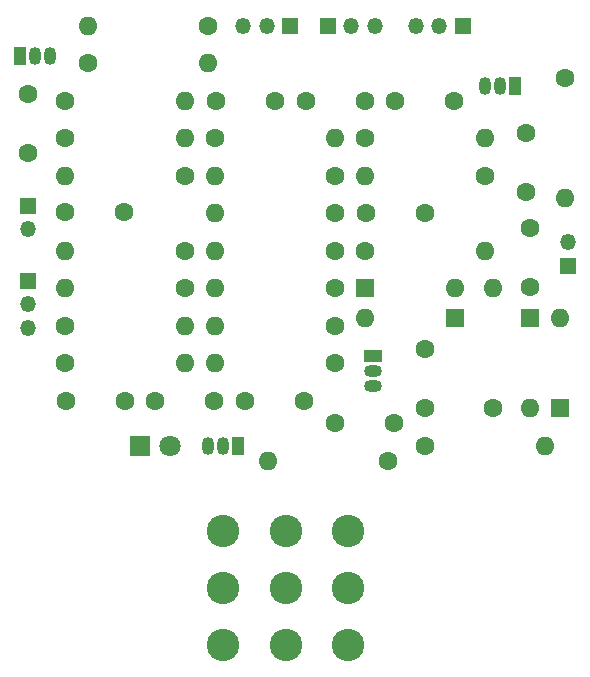
<source format=gbr>
%TF.GenerationSoftware,KiCad,Pcbnew,(5.1.6)-1*%
%TF.CreationDate,2020-10-27T15:42:11-05:00*%
%TF.ProjectId,MuffPi3PDT,4d756666-5069-4335-9044-542e6b696361,rev?*%
%TF.SameCoordinates,Original*%
%TF.FileFunction,Soldermask,Top*%
%TF.FilePolarity,Negative*%
%FSLAX46Y46*%
G04 Gerber Fmt 4.6, Leading zero omitted, Abs format (unit mm)*
G04 Created by KiCad (PCBNEW (5.1.6)-1) date 2020-10-27 15:42:11*
%MOMM*%
%LPD*%
G01*
G04 APERTURE LIST*
%ADD10C,1.600000*%
%ADD11O,1.600000X1.600000*%
%ADD12R,1.350000X1.350000*%
%ADD13O,1.350000X1.350000*%
%ADD14R,1.600000X1.600000*%
%ADD15R,1.800000X1.800000*%
%ADD16C,1.800000*%
%ADD17O,1.050000X1.500000*%
%ADD18R,1.050000X1.500000*%
%ADD19R,1.500000X1.050000*%
%ADD20O,1.500000X1.050000*%
%ADD21C,2.743200*%
G04 APERTURE END LIST*
D10*
%TO.C,R20*%
X120015000Y-88900000D03*
D11*
X109855000Y-88900000D03*
%TD*%
D12*
%TO.C,BT1*%
X106680000Y-81915000D03*
D13*
X106680000Y-83915000D03*
%TD*%
D10*
%TO.C,C1*%
X106680000Y-77470000D03*
X106680000Y-72470000D03*
%TD*%
%TO.C,C2*%
X109808000Y-82423000D03*
X114808000Y-82423000D03*
%TD*%
%TO.C,C3*%
X127635000Y-73025000D03*
X122635000Y-73025000D03*
%TD*%
%TO.C,C4*%
X135255000Y-73025000D03*
X130255000Y-73025000D03*
%TD*%
%TO.C,C5*%
X148844000Y-75772000D03*
X148844000Y-80772000D03*
%TD*%
%TO.C,C6*%
X140335000Y-82550000D03*
X135335000Y-82550000D03*
%TD*%
%TO.C,C7*%
X140335000Y-94060000D03*
X140335000Y-99060000D03*
%TD*%
%TO.C,C8*%
X149225000Y-83820000D03*
X149225000Y-88820000D03*
%TD*%
%TO.C,C9*%
X132715000Y-100330000D03*
X137715000Y-100330000D03*
%TD*%
%TO.C,C10*%
X130095000Y-98425000D03*
X125095000Y-98425000D03*
%TD*%
%TO.C,C11*%
X114935000Y-98425000D03*
X109935000Y-98425000D03*
%TD*%
%TO.C,C12*%
X142795000Y-73025000D03*
X137795000Y-73025000D03*
%TD*%
%TO.C,C13*%
X122475000Y-98425000D03*
X117475000Y-98425000D03*
%TD*%
D11*
%TO.C,D1*%
X142875000Y-88900000D03*
D14*
X135255000Y-88900000D03*
%TD*%
%TO.C,D2*%
X142875000Y-91440000D03*
D11*
X135255000Y-91440000D03*
%TD*%
%TO.C,D3*%
X151765000Y-91440000D03*
D14*
X151765000Y-99060000D03*
%TD*%
%TO.C,D4*%
X149225000Y-91440000D03*
D11*
X149225000Y-99060000D03*
%TD*%
D15*
%TO.C,D5*%
X116205000Y-102235000D03*
D16*
X118745000Y-102235000D03*
%TD*%
D12*
%TO.C,J1*%
X106680000Y-88265000D03*
D13*
X106680000Y-90265000D03*
X106680000Y-92265000D03*
%TD*%
D12*
%TO.C,J2*%
X152400000Y-86995000D03*
D13*
X152400000Y-84995000D03*
%TD*%
D17*
%TO.C,Q1*%
X107315000Y-69215000D03*
X108585000Y-69215000D03*
D18*
X106045000Y-69215000D03*
%TD*%
%TO.C,Q2*%
X147955000Y-71755000D03*
D17*
X145415000Y-71755000D03*
X146685000Y-71755000D03*
%TD*%
D19*
%TO.C,Q3*%
X135890000Y-94615000D03*
D20*
X135890000Y-97155000D03*
X135890000Y-95885000D03*
%TD*%
D17*
%TO.C,Q4*%
X123190000Y-102235000D03*
X121920000Y-102235000D03*
D18*
X124460000Y-102235000D03*
%TD*%
D11*
%TO.C,R1*%
X120015000Y-73025000D03*
D10*
X109855000Y-73025000D03*
%TD*%
D11*
%TO.C,R2*%
X109855000Y-79375000D03*
D10*
X120015000Y-79375000D03*
%TD*%
D11*
%TO.C,R3*%
X120015000Y-76200000D03*
D10*
X109855000Y-76200000D03*
%TD*%
D11*
%TO.C,R4*%
X132715000Y-76200000D03*
D10*
X122555000Y-76200000D03*
%TD*%
%TO.C,R5*%
X121920000Y-66675000D03*
D11*
X111760000Y-66675000D03*
%TD*%
D10*
%TO.C,R6*%
X111760000Y-69850000D03*
D11*
X121920000Y-69850000D03*
%TD*%
D10*
%TO.C,R7*%
X135255000Y-76200000D03*
D11*
X145415000Y-76200000D03*
%TD*%
%TO.C,R8*%
X135255000Y-79375000D03*
D10*
X145415000Y-79375000D03*
%TD*%
D11*
%TO.C,R9*%
X145415000Y-85725000D03*
D10*
X135255000Y-85725000D03*
%TD*%
%TO.C,R10*%
X132715000Y-79375000D03*
D11*
X122555000Y-79375000D03*
%TD*%
D10*
%TO.C,R11*%
X152146000Y-71120000D03*
D11*
X152146000Y-81280000D03*
%TD*%
D10*
%TO.C,R12*%
X146050000Y-99060000D03*
D11*
X146050000Y-88900000D03*
%TD*%
%TO.C,R13*%
X122555000Y-95250000D03*
D10*
X132715000Y-95250000D03*
%TD*%
D11*
%TO.C,R14*%
X127000000Y-103505000D03*
D10*
X137160000Y-103505000D03*
%TD*%
D11*
%TO.C,R15*%
X122555000Y-92075000D03*
D10*
X132715000Y-92075000D03*
%TD*%
%TO.C,R16*%
X132715000Y-82550000D03*
D11*
X122555000Y-82550000D03*
%TD*%
%TO.C,R17*%
X109855000Y-85725000D03*
D10*
X120015000Y-85725000D03*
%TD*%
%TO.C,R18*%
X109855000Y-92075000D03*
D11*
X120015000Y-92075000D03*
%TD*%
%TO.C,R19*%
X122555000Y-85725000D03*
D10*
X132715000Y-85725000D03*
%TD*%
%TO.C,R21*%
X132715000Y-88900000D03*
D11*
X122555000Y-88900000D03*
%TD*%
D10*
%TO.C,R22*%
X140335000Y-102235000D03*
D11*
X150495000Y-102235000D03*
%TD*%
D10*
%TO.C,R23*%
X109855000Y-95250000D03*
D11*
X120015000Y-95250000D03*
%TD*%
D13*
%TO.C,SUST1*%
X124905000Y-66675000D03*
X126905000Y-66675000D03*
D12*
X128905000Y-66675000D03*
%TD*%
D13*
%TO.C,TONE1*%
X136080000Y-66675000D03*
X134080000Y-66675000D03*
D12*
X132080000Y-66675000D03*
%TD*%
%TO.C,VOL1*%
X143510000Y-66675000D03*
D13*
X141510000Y-66675000D03*
X139510000Y-66675000D03*
%TD*%
D21*
%TO.C,S1*%
X123225560Y-109501940D03*
X123225560Y-114300000D03*
X123225560Y-119098060D03*
X128524000Y-109501940D03*
X128524000Y-114300000D03*
X128524000Y-119098060D03*
X133822440Y-109501940D03*
X133822440Y-114300000D03*
X133822440Y-119098060D03*
%TD*%
M02*

</source>
